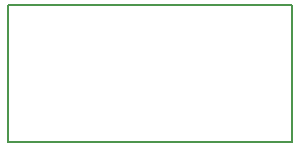
<source format=gm1>
G04*
G04 #@! TF.GenerationSoftware,Altium Limited,Altium Designer,21.0.8 (223)*
G04*
G04 Layer_Color=16711935*
%FSLAX25Y25*%
%MOIN*%
G70*
G04*
G04 #@! TF.SameCoordinates,FC9B9BF5-C150-4AF8-8773-705BE2CDE54D*
G04*
G04*
G04 #@! TF.FilePolarity,Positive*
G04*
G01*
G75*
%ADD22C,0.00598*%
%ADD23C,0.00600*%
D22*
X0Y787D02*
X94488D01*
D23*
Y46457D01*
X0Y787D02*
Y46457D01*
X94488D01*
M02*

</source>
